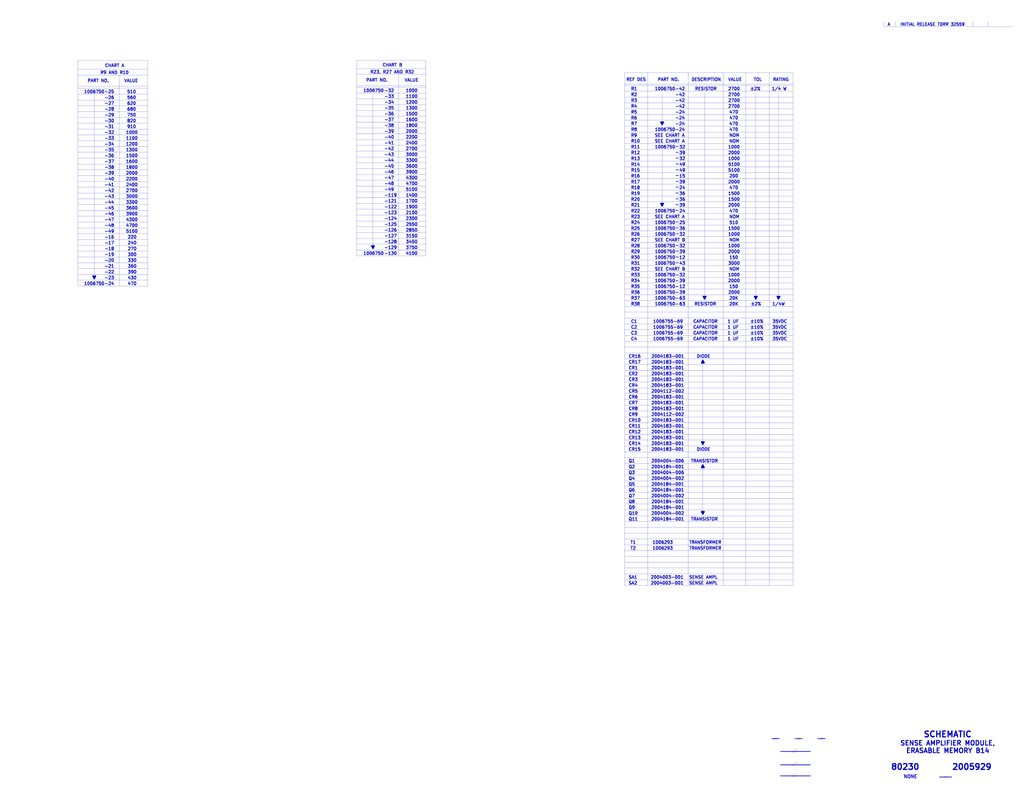
<source format=kicad_sch>
(kicad_sch (version 20211123) (generator eeschema)
  (paper "E")
  (polyline (pts (xy 681.99 283.845) (xy 865.505 283.845)) (stroke (width 0) (type solid)))
  (polyline (pts (xy 85.09 255.27) (xy 161.29 255.27)) (stroke (width 0) (type solid)))
  (polyline (pts (xy 389.255 177.8) (xy 464.82 177.8)) (stroke (width 0) (type solid)))
  (polyline (pts (xy 85.09 191.77) (xy 161.29 191.77)) (stroke (width 0) (type solid)))
  (polyline (pts (xy 814.07 639.445) (xy 814.07 79.375)) (stroke (width 0) (type solid)))
  (polyline (pts (xy 434.975 81.28) (xy 434.975 279.4)) (stroke (width 0) (type solid)))
  (polyline (pts (xy 895.1976 807.6946) (xy 897.1026 805.1546)) (stroke (width 0) (type solid)))
  (polyline (pts (xy 870.4326 807.6946) (xy 872.3376 805.1546)) (stroke (width 0) (type solid)))
  (polyline (pts (xy 681.99 436.245) (xy 865.505 436.245)) (stroke (width 0) (type solid)))
  (polyline (pts (xy 85.09 299.72) (xy 161.29 299.72)) (stroke (width 0) (type solid)))
  (polyline (pts (xy 85.09 229.87) (xy 161.29 229.87)) (stroke (width 0) (type solid)))
  (polyline (pts (xy 706.755 639.445) (xy 706.755 79.375)) (stroke (width 0) (type solid)))
  (polyline (pts (xy 681.99 163.195) (xy 865.505 163.195)) (stroke (width 0) (type solid)))
  (polyline (pts (xy 770.255 323.85) (xy 768.985 326.39)) (stroke (width 1.524) (type solid)))
  (polyline (pts (xy 850.9 323.85) (xy 849.63 326.39)) (stroke (width 1.524) (type solid)))
  (polyline (pts (xy 681.99 271.145) (xy 865.505 271.145)) (stroke (width 0) (type solid)))
  (polyline (pts (xy 389.255 190.5) (xy 464.82 190.5)) (stroke (width 0) (type solid)))
  (polyline (pts (xy 681.99 480.695) (xy 865.505 480.695)) (stroke (width 0) (type solid)))
  (polyline (pts (xy 85.09 66.04) (xy 85.09 312.42)) (stroke (width 0) (type solid)))
  (polyline (pts (xy 85.09 179.07) (xy 161.29 179.07)) (stroke (width 0) (type solid)))
  (polyline (pts (xy 681.99 379.095) (xy 865.505 379.095)) (stroke (width 0) (type solid)))
  (polyline (pts (xy 767.08 393.065) (xy 767.08 485.775)) (stroke (width 0) (type solid)))
  (polyline (pts (xy 85.09 102.87) (xy 161.29 102.87)) (stroke (width 0) (type solid)))
  (polyline (pts (xy 824.865 326.39) (xy 823.595 323.85)) (stroke (width 1.524) (type solid)))
  (polyline (pts (xy 681.99 347.345) (xy 865.505 347.345)) (stroke (width 0) (type solid)))
  (polyline (pts (xy 681.99 156.845) (xy 865.505 156.845)) (stroke (width 0) (type solid)))
  (polyline (pts (xy 849.63 100.965) (xy 849.63 327.025)) (stroke (width 0) (type solid)))
  (polyline (pts (xy 85.09 236.22) (xy 161.29 236.22)) (stroke (width 0) (type solid)))
  (polyline (pts (xy 681.99 360.045) (xy 865.505 360.045)) (stroke (width 0) (type solid)))
  (polyline (pts (xy 767.08 508) (xy 767.08 561.975)) (stroke (width 0) (type solid)))
  (polyline (pts (xy 681.99 290.195) (xy 865.505 290.195)) (stroke (width 0) (type solid)))
  (polyline (pts (xy 389.255 114.3) (xy 464.82 114.3)) (stroke (width 0) (type solid)))
  (polyline (pts (xy 85.09 261.62) (xy 161.29 261.62)) (stroke (width 0) (type solid)))
  (polyline (pts (xy 767.08 485.14) (xy 765.81 482.6)) (stroke (width 1.524) (type solid)))
  (polyline (pts (xy 681.99 620.395) (xy 865.505 620.395)) (stroke (width 0) (type solid)))
  (polyline (pts (xy 85.09 66.04) (xy 161.29 66.04)) (stroke (width 0) (type solid)))
  (polyline (pts (xy 389.255 107.95) (xy 464.82 107.95)) (stroke (width 0) (type solid)))
  (polyline (pts (xy 681.99 92.075) (xy 865.505 92.075)) (stroke (width 0) (type solid)))
  (polyline (pts (xy 768.35 510.54) (xy 767.08 508)) (stroke (width 1.524) (type solid)))
  (polyline (pts (xy 681.99 569.595) (xy 865.505 569.595)) (stroke (width 0) (type solid)))
  (polyline (pts (xy 721.36 222.25) (xy 723.9 222.25)) (stroke (width 1.524) (type solid)))
  (polyline (pts (xy 681.99 226.695) (xy 865.505 226.695)) (stroke (width 0) (type solid)))
  (polyline (pts (xy 681.99 315.595) (xy 865.505 315.595)) (stroke (width 0) (type solid)))
  (polyline (pts (xy 85.09 115.57) (xy 161.29 115.57)) (stroke (width 0) (type solid)))
  (polyline (pts (xy 681.99 461.645) (xy 865.505 461.645)) (stroke (width 0) (type solid)))
  (polyline (pts (xy 130.175 312.42) (xy 130.175 81.915)) (stroke (width 0) (type solid)))
  (polyline (pts (xy 681.99 245.745) (xy 865.505 245.745)) (stroke (width 0) (type solid)))
  (polyline (pts (xy 681.99 499.745) (xy 865.505 499.745)) (stroke (width 0) (type solid)))
  (polyline (pts (xy 389.255 93.345) (xy 464.82 93.345)) (stroke (width 0) (type solid)))
  (polyline (pts (xy 161.29 66.04) (xy 161.29 312.42)) (stroke (width 0) (type solid)))
  (polyline (pts (xy 767.08 561.34) (xy 765.81 558.8)) (stroke (width 1.524) (type solid)))
  (polyline (pts (xy 85.09 96.52) (xy 161.29 96.52)) (stroke (width 0) (type solid)))
  (polyline (pts (xy 681.99 182.245) (xy 865.505 182.245)) (stroke (width 0) (type solid)))
  (polyline (pts (xy 464.82 279.4) (xy 464.82 66.04)) (stroke (width 0) (type solid)))
  (polyline (pts (xy 681.99 340.995) (xy 865.505 340.995)) (stroke (width 0) (type solid)))
  (polyline (pts (xy 864.0826 836.9046) (xy 867.2576 832.4596)) (stroke (width 0) (type solid)))
  (polyline (pts (xy 681.99 213.995) (xy 865.505 213.995)) (stroke (width 0) (type solid)))
  (polyline (pts (xy 389.255 74.93) (xy 464.82 74.93)) (stroke (width 0) (type solid)))
  (polyline (pts (xy 85.09 223.52) (xy 161.29 223.52)) (stroke (width 0) (type solid)))
  (polyline (pts (xy 389.255 165.1) (xy 464.82 165.1)) (stroke (width 0) (type solid)))
  (polyline (pts (xy 85.09 210.82) (xy 161.29 210.82)) (stroke (width 0) (type solid)))
  (polyline (pts (xy 681.99 264.795) (xy 865.505 264.795)) (stroke (width 0) (type solid)))
  (polyline (pts (xy 85.09 140.97) (xy 161.29 140.97)) (stroke (width 0) (type solid)))
  (polyline (pts (xy 681.99 582.295) (xy 865.505 582.295)) (stroke (width 0) (type solid)))
  (polyline (pts (xy 389.255 101.6) (xy 464.82 101.6)) (stroke (width 0) (type solid)))
  (polyline (pts (xy 768.985 326.39) (xy 767.715 323.85)) (stroke (width 1.524) (type solid)))
  (polyline (pts (xy 721.36 133.35) (xy 723.9 133.35)) (stroke (width 1.524) (type solid)))
  (polyline (pts (xy 681.99 334.645) (xy 865.505 334.645)) (stroke (width 0) (type solid)))
  (polyline (pts (xy 85.09 204.47) (xy 161.29 204.47)) (stroke (width 0) (type solid)))
  (polyline (pts (xy 1078.611 23.3934) (xy 1078.611 28.9306)) (stroke (width 0) (type solid)))
  (polyline (pts (xy 681.99 455.295) (xy 865.505 455.295)) (stroke (width 0) (type solid)))
  (polyline (pts (xy 681.99 239.395) (xy 865.505 239.395)) (stroke (width 0) (type solid)))
  (polyline (pts (xy 389.255 158.75) (xy 464.82 158.75)) (stroke (width 0) (type solid)))
  (polyline (pts (xy 85.09 248.92) (xy 161.29 248.92)) (stroke (width 0) (type solid)))
  (polyline (pts (xy 389.255 234.95) (xy 464.82 234.95)) (stroke (width 0) (type solid)))
  (polyline (pts (xy 389.255 209.55) (xy 464.82 209.55)) (stroke (width 0) (type solid)))
  (polyline (pts (xy 85.09 267.97) (xy 161.29 267.97)) (stroke (width 0) (type solid)))
  (polyline (pts (xy 681.99 309.245) (xy 865.505 309.245)) (stroke (width 0) (type solid)))
  (polyline (pts (xy 681.99 493.395) (xy 865.505 493.395)) (stroke (width 0) (type solid)))
  (polyline (pts (xy 681.99 448.945) (xy 865.505 448.945)) (stroke (width 0) (type solid)))
  (polyline (pts (xy 866.6226 836.9046) (xy 869.7976 832.4596)) (stroke (width 0) (type solid)))
  (polyline (pts (xy 865.505 639.445) (xy 865.505 79.375)) (stroke (width 0) (type solid)))
  (polyline (pts (xy 681.99 106.045) (xy 865.505 106.045)) (stroke (width 0) (type solid)))
  (polyline (pts (xy 85.09 242.57) (xy 161.29 242.57)) (stroke (width 0) (type solid)))
  (polyline (pts (xy 681.99 398.145) (xy 865.505 398.145)) (stroke (width 0) (type solid)))
  (polyline (pts (xy 681.99 639.445) (xy 865.505 639.445)) (stroke (width 0) (type solid)))
  (polyline (pts (xy 681.99 512.445) (xy 865.505 512.445)) (stroke (width 0) (type solid)))
  (polyline (pts (xy 405.765 268.605) (xy 408.305 268.605)) (stroke (width 1.524) (type solid)))
  (polyline (pts (xy 681.99 252.095) (xy 865.505 252.095)) (stroke (width 0) (type solid)))
  (polyline (pts (xy 389.255 127) (xy 464.82 127)) (stroke (width 0) (type solid)))
  (polyline (pts (xy 85.09 217.17) (xy 161.29 217.17)) (stroke (width 0) (type solid)))
  (polyline (pts (xy 896.4676 807.6946) (xy 898.3726 805.1546)) (stroke (width 0) (type solid)))
  (polyline (pts (xy 681.99 112.395) (xy 865.505 112.395)) (stroke (width 0) (type solid)))
  (polyline (pts (xy 681.99 79.375) (xy 681.99 639.445)) (stroke (width 0) (type solid)))
  (polyline (pts (xy 849.63 326.39) (xy 848.36 323.85)) (stroke (width 1.524) (type solid)))
  (polyline (pts (xy 681.99 302.895) (xy 865.505 302.895)) (stroke (width 0) (type solid)))
  (polyline (pts (xy 768.35 558.8) (xy 767.08 561.34)) (stroke (width 1.524) (type solid)))
  (polyline (pts (xy 681.99 601.345) (xy 865.505 601.345)) (stroke (width 0) (type solid)))
  (polyline (pts (xy 85.09 109.22) (xy 161.29 109.22)) (stroke (width 0) (type solid)))
  (polyline (pts (xy 681.99 201.295) (xy 865.505 201.295)) (stroke (width 0) (type solid)))
  (polyline (pts (xy 767.08 508) (xy 765.81 510.54)) (stroke (width 1.524) (type solid)))
  (polyline (pts (xy 101.6 301.625) (xy 104.14 301.625)) (stroke (width 1.524) (type solid)))
  (polyline (pts (xy 844.3976 807.6946) (xy 846.3026 805.1546)) (stroke (width 0) (type solid)))
  (polyline (pts (xy 681.99 175.895) (xy 865.505 175.895)) (stroke (width 0) (type solid)))
  (polyline (pts (xy 681.99 575.945) (xy 865.505 575.945)) (stroke (width 0) (type solid)))
  (polyline (pts (xy 681.99 137.795) (xy 865.505 137.795)) (stroke (width 0) (type solid)))
  (polyline (pts (xy 681.99 125.095) (xy 865.505 125.095)) (stroke (width 0) (type solid)))
  (polyline (pts (xy 407.035 271.78) (xy 407.035 102.87)) (stroke (width 0) (type solid)))
  (polyline (pts (xy 389.255 266.7) (xy 464.82 266.7)) (stroke (width 0) (type solid)))
  (polyline (pts (xy 389.255 95.25) (xy 464.82 95.25)) (stroke (width 0) (type solid)))
  (polyline (pts (xy 389.255 66.04) (xy 389.255 279.4)) (stroke (width 0) (type solid)))
  (polyline (pts (xy 389.255 203.2) (xy 464.82 203.2)) (stroke (width 0) (type solid)))
  (polyline (pts (xy 85.09 160.02) (xy 161.29 160.02)) (stroke (width 0) (type solid)))
  (polyline (pts (xy 389.255 146.05) (xy 464.82 146.05)) (stroke (width 0) (type solid)))
  (polyline (pts (xy 407.035 271.145) (xy 405.765 268.605)) (stroke (width 1.524) (type solid)))
  (polyline (pts (xy 681.99 417.195) (xy 865.505 417.195)) (stroke (width 0) (type solid)))
  (polyline (pts (xy 681.99 487.045) (xy 865.505 487.045)) (stroke (width 0) (type solid)))
  (polyline (pts (xy 389.255 171.45) (xy 464.82 171.45)) (stroke (width 0) (type solid)))
  (polyline (pts (xy 964.311 23.3934) (xy 964.311 28.9306)) (stroke (width 0) (type solid)))
  (polyline (pts (xy 85.09 198.12) (xy 161.29 198.12)) (stroke (width 0) (type solid)))
  (polyline (pts (xy 85.09 287.02) (xy 161.29 287.02)) (stroke (width 0) (type solid)))
  (polyline (pts (xy 102.87 304.165) (xy 101.6 301.625)) (stroke (width 1.524) (type solid)))
  (polyline (pts (xy 723.9 222.25) (xy 722.63 224.79)) (stroke (width 1.524) (type solid)))
  (polyline (pts (xy 681.99 442.595) (xy 865.505 442.595)) (stroke (width 0) (type solid)))
  (polyline (pts (xy 767.715 323.85) (xy 770.255 323.85)) (stroke (width 1.524) (type solid)))
  (polyline (pts (xy 1030.4526 849.6046) (xy 1032.9926 847.0646)) (stroke (width 0) (type solid)))
  (polyline (pts (xy 681.99 474.345) (xy 865.505 474.345)) (stroke (width 0) (type solid)))
  (polyline (pts (xy 681.99 169.545) (xy 865.505 169.545)) (stroke (width 0) (type solid)))
  (polyline (pts (xy 681.99 391.795) (xy 865.505 391.795)) (stroke (width 0) (type solid)))
  (polyline (pts (xy 389.255 133.35) (xy 464.82 133.35)) (stroke (width 0) (type solid)))
  (polyline (pts (xy 681.99 353.695) (xy 865.505 353.695)) (stroke (width 0) (type solid)))
  (polyline (pts (xy 681.99 296.545) (xy 865.505 296.545)) (stroke (width 0) (type solid)))
  (polyline (pts (xy 389.255 247.65) (xy 464.82 247.65)) (stroke (width 0) (type solid)))
  (polyline (pts (xy 389.255 81.28) (xy 464.82 81.28)) (stroke (width 0) (type solid)))
  (polyline (pts (xy 751.205 639.445) (xy 751.205 79.375)) (stroke (width 0) (type solid)))
  (polyline (pts (xy 964.3872 28.956) (xy 1104.7222 28.956)) (stroke (width 0) (type solid)))
  (polyline (pts (xy 681.99 404.495) (xy 865.505 404.495)) (stroke (width 0) (type solid)))
  (polyline (pts (xy 85.09 306.07) (xy 161.29 306.07)) (stroke (width 0) (type solid)))
  (polyline (pts (xy 681.99 614.045) (xy 865.505 614.045)) (stroke (width 0) (type solid)))
  (polyline (pts (xy 85.09 185.42) (xy 161.29 185.42)) (stroke (width 0) (type solid)))
  (polyline (pts (xy 722.63 164.465) (xy 722.63 225.425)) (stroke (width 0) (type solid)))
  (polyline (pts (xy 681.99 321.945) (xy 865.505 321.945)) (stroke (width 0) (type solid)))
  (polyline (pts (xy 681.99 537.845) (xy 865.505 537.845)) (stroke (width 0) (type solid)))
  (polyline (pts (xy 681.99 607.695) (xy 865.505 607.695)) (stroke (width 0) (type solid)))
  (polyline (pts (xy 845.6676 807.6946) (xy 847.5726 805.1546)) (stroke (width 0) (type solid)))
  (polyline (pts (xy 681.99 99.695) (xy 865.505 99.695)) (stroke (width 0) (type solid)))
  (polyline (pts (xy 85.09 81.915) (xy 161.29 81.915)) (stroke (width 0) (type solid)))
  (polyline (pts (xy 765.81 510.54) (xy 768.35 510.54)) (stroke (width 1.524) (type solid)))
  (polyline (pts (xy 85.09 274.32) (xy 161.29 274.32)) (stroke (width 0) (type solid)))
  (polyline (pts (xy 681.99 277.495) (xy 865.505 277.495)) (stroke (width 0) (type solid)))
  (polyline (pts (xy 864.0826 848.9696) (xy 867.2576 844.5246)) (stroke (width 0) (type solid)))
  (polyline (pts (xy 681.99 410.845) (xy 865.505 410.845)) (stroke (width 0) (type solid)))
  (polyline (pts (xy 722.63 224.79) (xy 721.36 222.25)) (stroke (width 1.524) (type solid)))
  (polyline (pts (xy 839.47 79.375) (xy 839.47 639.445)) (stroke (width 0) (type solid)))
  (polyline (pts (xy 85.09 93.98) (xy 161.29 93.98)) (stroke (width 0) (type solid)))
  (polyline (pts (xy 681.99 258.445) (xy 865.505 258.445)) (stroke (width 0) (type solid)))
  (polyline (pts (xy 85.09 134.62) (xy 161.29 134.62)) (stroke (width 0) (type solid)))
  (polyline (pts (xy 681.99 633.095) (xy 865.505 633.095)) (stroke (width 0) (type solid)))
  (polyline (pts (xy 681.99 429.895) (xy 865.505 429.895)) (stroke (width 0) (type solid)))
  (polyline (pts (xy 866.6226 822.2996) (xy 869.7976 817.8546)) (stroke (width 0) (type solid)))
  (polyline (pts (xy 681.99 563.245) (xy 865.505 563.245)) (stroke (width 0) (type solid)))
  (polyline (pts (xy 681.99 328.295) (xy 865.505 328.295)) (stroke (width 0) (type solid)))
  (polyline (pts (xy 389.255 196.85) (xy 464.82 196.85)) (stroke (width 0) (type solid)))
  (polyline (pts (xy 389.255 66.04) (xy 464.82 66.04)) (stroke (width 0) (type solid)))
  (polyline (pts (xy 681.99 79.375) (xy 865.505 79.375)) (stroke (width 0) (type solid)))
  (polyline (pts (xy 389.255 152.4) (xy 464.82 152.4)) (stroke (width 0) (type solid)))
  (polyline (pts (xy 681.99 188.595) (xy 865.505 188.595)) (stroke (width 0) (type solid)))
  (polyline (pts (xy 681.99 131.445) (xy 865.505 131.445)) (stroke (width 0) (type solid)))
  (polyline (pts (xy 85.09 147.32) (xy 161.29 147.32)) (stroke (width 0) (type solid)))
  (polyline (pts (xy 1061.6946 23.4188) (xy 1061.6946 28.956)) (stroke (width 0) (type solid)))
  (polyline (pts (xy 681.99 506.095) (xy 865.505 506.095)) (stroke (width 0) (type solid)))
  (polyline (pts (xy 85.09 153.67) (xy 161.29 153.67)) (stroke (width 0) (type solid)))
  (polyline (pts (xy 85.09 280.67) (xy 161.29 280.67)) (stroke (width 0) (type solid)))
  (polyline (pts (xy 408.305 268.605) (xy 407.035 271.145)) (stroke (width 1.524) (type solid)))
  (polyline (pts (xy 768.35 396.24) (xy 767.08 393.7)) (stroke (width 1.524) (type solid)))
  (polyline (pts (xy 681.99 366.395) (xy 865.505 366.395)) (stroke (width 0) (type solid)))
  (polyline (pts (xy 765.81 396.24) (xy 768.35 396.24)) (stroke (width 1.524) (type solid)))
  (polyline (pts (xy 681.99 525.145) (xy 865.505 525.145)) (stroke (width 0) (type solid)))
  (polyline (pts (xy 85.09 312.42) (xy 161.29 312.42)) (stroke (width 0) (type solid)))
  (polyline (pts (xy 681.99 220.345) (xy 865.505 220.345)) (stroke (width 0) (type solid)))
  (polyline (pts (xy 85.09 121.92) (xy 161.29 121.92)) (stroke (width 0) (type solid)))
  (polyline (pts (xy 389.255 273.05) (xy 464.82 273.05)) (stroke (width 0) (type solid)))
  (polyline (pts (xy 389.255 120.65) (xy 464.82 120.65)) (stroke (width 0) (type solid)))
  (polyline (pts (xy 768.35 482.6) (xy 767.08 485.14)) (stroke (width 1.524) (type solid)))
  (polyline (pts (xy 681.99 93.345) (xy 865.505 93.345)) (stroke (width 0) (type solid)))
  (polyline (pts (xy 681.99 150.495) (xy 865.505 150.495)) (stroke (width 0) (type solid)))
  (polyline (pts (xy 681.99 385.445) (xy 865.505 385.445)) (stroke (width 0) (type solid)))
  (polyline (pts (xy 85.09 166.37) (xy 161.29 166.37)) (stroke (width 0) (type solid)))
  (polyline (pts (xy 681.99 207.645) (xy 865.505 207.645)) (stroke (width 0) (type solid)))
  (polyline (pts (xy 681.99 550.545) (xy 865.505 550.545)) (stroke (width 0) (type solid)))
  (polyline (pts (xy 104.14 301.625) (xy 102.87 304.165)) (stroke (width 1.524) (type solid)))
  (polyline (pts (xy 768.985 100.965) (xy 768.985 327.025)) (stroke (width 0) (type solid)))
  (polyline (pts (xy 85.09 172.72) (xy 161.29 172.72)) (stroke (width 0) (type solid)))
  (polyline (pts (xy 389.255 279.4) (xy 464.82 279.4)) (stroke (width 0) (type solid)))
  (polyline (pts (xy 681.99 626.745) (xy 865.505 626.745)) (stroke (width 0) (type solid)))
  (polyline (pts (xy 85.09 293.37) (xy 161.29 293.37)) (stroke (width 0) (type solid)))
  (polyline (pts (xy 681.99 594.995) (xy 865.505 594.995)) (stroke (width 0) (type solid)))
  (polyline (pts (xy 681.99 233.045) (xy 865.505 233.045)) (stroke (width 0) (type solid)))
  (polyline (pts (xy 681.99 423.545) (xy 865.505 423.545)) (stroke (width 0) (type solid)))
  (polyline (pts (xy 765.81 482.6) (xy 768.35 482.6)) (stroke (width 1.524) (type solid)))
  (polyline (pts (xy 681.99 372.745) (xy 865.505 372.745)) (stroke (width 0) (type solid)))
  (polyline (pts (xy 681.99 194.945) (xy 865.505 194.945)) (stroke (width 0) (type solid)))
  (polyline (pts (xy 85.09 75.565) (xy 161.29 75.565)) (stroke (width 0) (type solid)))
  (polyline (pts (xy 824.865 327.025) (xy 824.865 100.965)) (stroke (width 0) (type solid)))
  (polyline (pts (xy 389.255 260.35) (xy 464.82 260.35)) (stroke (width 0) (type solid)))
  (polyline (pts (xy 723.9 133.35) (xy 722.63 135.89)) (stroke (width 1.524) (type solid)))
  (polyline (pts (xy 681.99 556.895) (xy 865.505 556.895)) (stroke (width 0) (type solid)))
  (polyline (pts (xy 681.99 531.495) (xy 865.505 531.495)) (stroke (width 0) (type solid)))
  (polyline (pts (xy 389.255 228.6) (xy 464.82 228.6)) (stroke (width 0) (type solid)))
  (polyline (pts (xy 977.011 23.3934) (xy 977.011 28.9306)) (stroke (width 0) (type solid)))
  (polyline (pts (xy 681.99 118.745) (xy 865.505 118.745)) (stroke (width 0) (type solid)))
  (polyline (pts (xy 864.0826 822.2996) (xy 867.2576 817.8546)) (stroke (width 0) (type solid)))
  (polyline (pts (xy 848.36 323.85) (xy 850.9 323.85)) (stroke (width 1.524) (type solid)))
  (polyline (pts (xy 389.255 215.9) (xy 464.82 215.9)) (stroke (width 0) (type solid)))
  (polyline (pts (xy 789.305 79.375) (xy 789.305 639.445)) (stroke (width 0) (type solid)))
  (polyline (pts (xy 85.09 128.27) (xy 161.29 128.27)) (stroke (width 0) (type solid)))
  (polyline (pts (xy 681.99 467.995) (xy 865.505 467.995)) (stroke (width 0) (type solid)))
  (polyline (pts (xy 681.99 588.645) (xy 865.505 588.645)) (stroke (width 0) (type solid)))
  (polyline (pts (xy 964.311 28.9052) (xy 964.3364 28.9052)) (stroke (width 0) (type solid)))
  (polyline (pts (xy 389.255 184.15) (xy 464.82 184.15)) (stroke (width 0) (type solid)))
  (polyline (pts (xy 389.255 222.25) (xy 464.82 222.25)) (stroke (width 0) (type solid)))
  (polyline (pts (xy 871.7026 807.6946) (xy 873.6076 805.1546)) (stroke (width 0) (type solid)))
  (polyline (pts (xy 389.255 139.7) (xy 464.82 139.7)) (stroke (width 0) (type solid)))
  (polyline (pts (xy 102.87 304.8) (xy 102.87 104.14)) (stroke (width 0) (type solid)))
  (polyline (pts (xy 389.255 241.3) (xy 464.82 241.3)) (stroke (width 0) (type solid)))
  (polyline (pts (xy 767.08 393.7) (xy 765.81 396.24)) (stroke (width 1.524) (type solid)))
  (polyline (pts (xy 722.63 135.89) (xy 721.36 133.35)) (stroke (width 1.524) (type solid)))
  (polyline (pts (xy 823.595 323.85) (xy 826.135 323.85)) (stroke (width 1.524) (type solid)))
  (polyline (pts (xy 681.99 544.195) (xy 865.505 544.195)) (stroke (width 0) (type solid)))
  (polyline (pts (xy 389.255 254) (xy 464.82 254)) (stroke (width 0) (type solid)))
  (polyline (pts (xy 681.99 144.145) (xy 865.505 144.145)) (stroke (width 0) (type solid)))
  (polyline (pts (xy 765.81 558.8) (xy 768.35 558.8)) (stroke (width 1.524) (type solid)))
  (polyline (pts (xy 722.63 100.965) (xy 722.63 135.89)) (stroke (width 0) (type solid)))
  (polyline (pts (xy 681.99 518.795) (xy 865.505 518.795)) (stroke (width 0) (type solid)))
  (polyline (pts (xy 866.6226 848.9696) (xy 869.7976 844.5246)) (stroke (width 0) (type solid)))
  (polyline (pts (xy 826.135 323.85) (xy 824.865 326.39)) (stroke (width 1.524) (type solid)))
  (text "Q7" (at 685.8 543.56 0) (effects (font (size 3.302 3.302) (thickness 0.6604) bold) (justify left bottom)))
  (text "32" (at 741.045 175.26 0) (effects (font (size 3.302 3.302) (thickness 0.6604) bold) (justify left bottom)))
  (text "1006750-" (at 714.375 327.66 0) (effects (font (size 3.302 3.302) (thickness 0.6604) bold) (justify left bottom)))
  (text "TRANSFORMER" (at 751.84 594.36 0) (effects (font (size 3.302 3.302) (thickness 0.6604) bold) (justify left bottom)))
  (text "2004183-001" (at 710.565 480.06 0) (effects (font (size 3.302 3.302) (thickness 0.6604) bold) (justify left bottom)))
  (text "2004184-001" (at 710.565 556.26 0) (effects (font (size 3.302 3.302) (thickness 0.6604) bold) (justify left bottom)))
  (text "3300" (at 137.16 222.885 0) (effects (font (size 3.302 3.302) (thickness 0.6604) bold) (justify left bottom)))
  (text "R17" (at 688.34 200.66 0) (effects (font (size 3.302 3.302) (thickness 0.6604) bold) (justify left bottom)))
  (text "4300" (at 442.595 196.215 0) (effects (font (size 3.302 3.302) (thickness 0.6604) bold) (justify left bottom)))
  (text "___" (at 867.2576 807.0596 0) (effects (font (size 3.556 3.556) (thickness 0.7112) bold) (justify left bottom)))
  (text "2004183-001" (at 710.565 416.56 0) (effects (font (size 3.302 3.302) (thickness 0.6604) bold) (justify left bottom)))
  (text "R7" (at 688.34 137.16 0) (effects (font (size 3.302 3.302) (thickness 0.6604) bold) (justify left bottom)))
  (text "470" (at 795.655 207.01 0) (effects (font (size 3.302 3.302) (thickness 0.6604) bold) (justify left bottom)))
  (text "-40" (at 419.1 151.765 0) (effects (font (size 3.302 3.302) (thickness 0.6604) bold) (justify left bottom)))
  (text "-30" (at 113.665 133.985 0) (effects (font (size 3.302 3.302) (thickness 0.6604) bold) (justify left bottom)))
  (text "±10%" (at 818.515 359.41 0) (effects (font (size 3.302 3.302) (thickness 0.6604) bold) (justify left bottom)))
  (text "-45" (at 113.665 229.235 0) (effects (font (size 3.302 3.302) (thickness 0.6604) bold) (justify left bottom)))
  (text "20K" (at 795.655 327.66 0) (effects (font (size 3.302 3.302) (thickness 0.6604) bold) (justify left bottom)))
  (text "24" (at 741.045 232.41 0) (effects (font (size 3.302 3.302) (thickness 0.6604) bold) (justify left bottom)))
  (text "-43" (at 113.665 216.535 0) (effects (font (size 3.302 3.302) (thickness 0.6604) bold) (justify left bottom)))
  (text "TRANSISTOR" (at 753.745 505.46 0) (effects (font (size 3.302 3.302) (thickness 0.6604) bold) (justify left bottom)))
  (text "-44" (at 419.1 177.165 0) (effects (font (size 3.302 3.302) (thickness 0.6604) bold) (justify left bottom)))
  (text "CR2" (at 685.8 410.21 0) (effects (font (size 3.302 3.302) (thickness 0.6604) bold) (justify left bottom)))
  (text "-24" (at 736.6 124.46 0) (effects (font (size 3.302 3.302) (thickness 0.6604) bold) (justify left bottom)))
  (text "NOM" (at 795.655 156.21 0) (effects (font (size 3.302 3.302) (thickness 0.6604) bold) (justify left bottom)))
  (text "39" (at 741.045 321.31 0) (effects (font (size 3.302 3.302) (thickness 0.6604) bold) (justify left bottom)))
  (text "35VDC" (at 842.645 372.11 0) (effects (font (size 3.302 3.302) (thickness 0.6604) bold) (justify left bottom)))
  (text "-" (at 736.6 269.875 0) (effects (font (size 3.302 3.302) (thickness 0.6604) bold) (justify left bottom)))
  (text "-20" (at 113.665 286.385 0) (effects (font (size 3.302 3.302) (thickness 0.6604) bold) (justify left bottom)))
  (text "-27" (at 113.665 114.935 0) (effects (font (size 3.302 3.302) (thickness 0.6604) bold) (justify left bottom)))
  (text "3450" (at 442.595 266.065 0) (effects (font (size 3.302 3.302) (thickness 0.6604) bold) (justify left bottom)))
  (text "2400" (at 442.595 158.115 0) (effects (font (size 3.302 3.302) (thickness 0.6604) bold) (justify left bottom)))
  (text "DESCRIPTION" (at 754.38 88.9 0) (effects (font (size 3.302 3.302) (thickness 0.6604) bold) (justify left bottom)))
  (text "R28" (at 688.34 270.51 0) (effects (font (size 3.302 3.302) (thickness 0.6604) bold) (justify left bottom)))
  (text "SEE CHART B" (at 714.375 264.16 0) (effects (font (size 3.302 3.302) (thickness 0.6604) bold) (justify left bottom)))
  (text "-" (at 736.6 206.375 0) (effects (font (size 3.302 3.302) (thickness 0.6604) bold) (justify left bottom)))
  (text "PART NO." (at 399.415 89.535 0) (effects (font (size 3.302 3.302) (thickness 0.6604) bold) (justify left bottom)))
  (text "32" (at 741.045 162.56 0) (effects (font (size 3.302 3.302) (thickness 0.6604) bold) (justify left bottom)))
  (text "-48" (at 113.665 248.285 0) (effects (font (size 3.302 3.302) (thickness 0.6604) bold) (justify left bottom)))
  (text "VALUE" (at 441.325 89.535 0) (effects (font (size 3.302 3.302) (thickness 0.6604) bold) (justify left bottom)))
  (text "1006750" (at 714.375 232.41 0) (effects (font (size 3.302 3.302) (thickness 0.6604) bold) (justify left bottom)))
  (text "4700" (at 442.595 202.565 0) (effects (font (size 3.302 3.302) (thickness 0.6604) bold) (justify left bottom)))
  (text "-16" (at 113.665 260.985 0) (effects (font (size 3.302 3.302) (thickness 0.6604) bold) (justify left bottom)))
  (text "-42" (at 736.6 111.76 0) (effects (font (size 3.302 3.302) (thickness 0.6604) bold) (justify left bottom)))
  (text "1 UF" (at 793.75 365.76 0) (effects (font (size 3.302 3.302) (thickness 0.6604) bold) (justify left bottom)))
  (text "32" (at 741.045 302.26 0) (effects (font (size 3.302 3.302) (thickness 0.6604) bold) (justify left bottom)))
  (text "-31" (at 113.665 140.335 0) (effects (font (size 3.302 3.302) (thickness 0.6604) bold) (justify left bottom)))
  (text "-35" (at 113.665 165.735 0) (effects (font (size 3.302 3.302) (thickness 0.6604) bold) (justify left bottom)))
  (text "-41" (at 419.1 158.115 0) (effects (font (size 3.302 3.302) (thickness 0.6604) bold) (justify left bottom)))
  (text "-" (at 736.6 257.175 0) (effects (font (size 3.302 3.302) (thickness 0.6604) bold) (justify left bottom)))
  (text "-17" (at 113.665 267.335 0) (effects (font (size 3.302 3.302) (thickness 0.6604) bold) (justify left bottom)))
  (text "1/4 W" (at 842.01 99.06 0) (effects (font (size 3.302 3.302) (thickness 0.6604) bold) (justify left bottom)))
  (text "R36" (at 688.34 321.31 0) (effects (font (size 3.302 3.302) (thickness 0.6604) bold) (justify left bottom)))
  (text "-123" (at 419.1 234.315 0) (effects (font (size 3.302 3.302) (thickness 0.6604) bold) (justify left bottom)))
  (text "2004183-001" (at 710.565 391.16 0) (effects (font (size 3.302 3.302) (thickness 0.6604) bold) (justify left bottom)))
  (text "1006750" (at 714.375 143.51 0) (effects (font (size 3.302 3.302) (thickness 0.6604) bold) (justify left bottom)))
  (text "-" (at 736.6 244.475 0) (effects (font (size 3.302 3.302) (thickness 0.6604) bold) (justify left bottom)))
  (text "-42" (at 419.1 164.465 0) (effects (font (size 3.302 3.302) (thickness 0.6604) bold) (justify left bottom)))
  (text "SENSE AMPL" (at 751.84 632.46 0) (effects (font (size 3.302 3.302) (thickness 0.6604) bold) (justify left bottom)))
  (text "C2" (at 688.34 359.41 0) (effects (font (size 3.302 3.302) (thickness 0.6604) bold) (justify left bottom)))
  (text "CR1" (at 685.8 403.86 0) (effects (font (size 3.302 3.302) (thickness 0.6604) bold) (justify left bottom)))
  (text "-36" (at 113.665 172.085 0) (effects (font (size 3.302 3.302) (thickness 0.6604) bold) (justify left bottom)))
  (text "-" (at 736.6 161.925 0) (effects (font (size 3.302 3.302) (thickness 0.6604) bold) (justify left bottom)))
  (text "C3" (at 688.34 365.76 0) (effects (font (size 3.302 3.302) (thickness 0.6604) bold) (justify left bottom)))
  (text "R9" (at 688.34 149.86 0) (effects (font (size 3.302 3.302) (thickness 0.6604) bold) (justify left bottom)))
  (text "2004184-001" (at 710.565 511.81 0) (effects (font (size 3.302 3.302) (thickness 0.6604) bold) (justify left bottom)))
  (text "200" (at 795.655 194.31 0) (effects (font (size 3.302 3.302) (thickness 0.6604) bold) (justify left bottom)))
  (text "430" (at 139.065 305.435 0) (effects (font (size 3.302 3.302) (thickness 0.6604) bold) (justify left bottom)))
  (text "2004183-001" (at 710.565 441.96 0) (effects (font (size 3.302 3.302) (thickness 0.6604) bold) (justify left bottom)))
  (text "NOM" (at 795.655 149.86 0) (effects (font (size 3.302 3.302) (thickness 0.6604) bold) (justify left bottom)))
  (text "1600" (at 137.16 178.435 0) (effects (font (size 3.302 3.302) (thickness 0.6604) bold) (justify left bottom)))
  (text "±2%" (at 819.15 334.01 0) (effects (font (size 3.302 3.302) (thickness 0.6604) bold) (justify left bottom)))
  (text "1006750-" (at 714.375 334.01 0) (effects (font (size 3.302 3.302) (thickness 0.6604) bold) (justify left bottom)))
  (text "1500" (at 442.595 126.365 0) (effects (font (size 3.302 3.302) (thickness 0.6604) bold) (justify left bottom)))
  (text "2004004-006" (at 710.565 518.16 0) (effects (font (size 3.302 3.302) (thickness 0.6604) bold) (justify left bottom)))
  (text "-40" (at 113.665 197.485 0) (effects (font (size 3.302 3.302) (thickness 0.6604) bold) (justify left bottom)))
  (text "SENSE AMPL" (at 751.84 638.81 0) (effects (font (size 3.302 3.302) (thickness 0.6604) bold) (justify left bottom)))
  (text "____________" (at 851.3826 835.6346 0) (effects (font (size 3.556 3.556) (thickness 0.7112) bold) (justify left bottom)))
  (text "CR4" (at 685.8 422.91 0) (effects (font (size 3.302 3.302) (thickness 0.6604) bold) (justify left bottom)))
  (text "CR16" (at 685.8 391.16 0) (effects (font (size 3.302 3.302) (thickness 0.6604) bold) (justify left bottom)))
  (text "24" (at 741.045 207.01 0) (effects (font (size 3.302 3.302) (thickness 0.6604) bold) (justify left bottom)))
  (text "SEE CHART A" (at 714.375 238.76 0) (effects (font (size 3.302 3.302) (thickness 0.6604) bold) (justify left bottom)))
  (text "39" (at 741.045 276.86 0) (effects (font (size 3.302 3.302) (thickness 0.6604) bold) (justify left bottom)))
  (text "CR8" (at 685.8 448.31 0) (effects (font (size 3.302 3.302) (thickness 0.6604) bold) (justify left bottom)))
  (text "1000" (at 794.385 175.26 0) (effects (font (size 3.302 3.302) (thickness 0.6604) bold) (justify left bottom)))
  (text "330" (at 139.065 286.385 0) (effects (font (size 3.302 3.302) (thickness 0.6604) bold) (justify left bottom)))
  (text "-49" (at 419.1 208.915 0) (effects (font (size 3.302 3.302) (thickness 0.6604) bold) (justify left bottom)))
  (text "R32" (at 688.34 295.91 0) (effects (font (size 3.302 3.302) (thickness 0.6604) bold) (justify left bottom)))
  (text "470" (at 795.655 143.51 0) (effects (font (size 3.302 3.302) (thickness 0.6604) bold) (justify left bottom)))
  (text "-42" (at 113.665 210.185 0) (effects (font (size 3.302 3.302) (thickness 0.6604) bold) (justify left bottom)))
  (text "1800" (at 442.595 139.065 0) (effects (font (size 3.302 3.302) (thickness 0.6604) bold) (justify left bottom)))
  (text "820" (at 138.43 133.985 0) (effects (font (size 3.302 3.302) (thickness 0.6604) bold) (justify left bottom)))
  (text "-24" (at 736.6 143.51 0) (effects (font (size 3.302 3.302) (thickness 0.6604) bold) (justify left bottom)))
  (text "PART NO." (at 717.55 88.9 0) (effects (font (size 3.302 3.302) (thickness 0.6604) bold) (justify left bottom)))
  (text "1100" (at 442.595 107.315 0) (effects (font (size 3.302 3.302) (thickness 0.6604) bold) (justify left bottom)))
  (text "1600" (at 442.595 132.715 0) (effects (font (size 3.302 3.302) (thickness 0.6604) bold) (justify left bottom)))
  (text "R29" (at 688.34 276.86 0) (effects (font (size 3.302 3.302) (thickness 0.6604) bold) (justify left bottom)))
  (text "-" (at 736.6 212.725 0) (effects (font (size 3.302 3.302) (thickness 0.6604) bold) (justify left bottom)))
  (text "R33" (at 688.34 302.26 0) (effects (font (size 3.302 3.302) (thickness 0.6604) bold) (justify left bottom)))
  (text "2004183-001" (at 710.565 473.71 0) (effects (font (size 3.302 3.302) (thickness 0.6604) bold) (justify left bottom)))
  (text "R9 AND R10" (at 109.22 81.28 0) (effects (font (size 3.302 3.302) (thickness 0.6604) bold) (justify left bottom)))
  (text "-" (at 736.6 288.925 0) (effects (font (size 3.302 3.302) (thickness 0.6604) bold) (justify left bottom)))
  (text "CR3" (at 685.8 416.56 0) (effects (font (size 3.302 3.302) (thickness 0.6604) bold) (justify left bottom)))
  (text "Q3" (at 685.8 518.16 0) (effects (font (size 3.302 3.302) (thickness 0.6604) bold) (justify left bottom)))
  (text "1006755-69" (at 712.47 365.76 0) (effects (font (size 3.302 3.302) (thickness 0.6604) bold) (justify left bottom)))
  (text "R6" (at 688.34 130.81 0) (effects (font (size 3.302 3.302) (thickness 0.6604) bold) (justify left bottom)))
  (text "1200" (at 442.595 113.665 0) (effects (font (size 3.302 3.302) (thickness 0.6604) bold) (justify left bottom)))
  (text "2004183-001" (at 710.565 410.21 0) (effects (font (size 3.302 3.302) (thickness 0.6604) bold) (justify left bottom)))
  (text "R18" (at 688.34 207.01 0) (effects (font (size 3.302 3.302) (thickness 0.6604) bold) (justify left bottom)))
  (text "-25" (at 113.665 102.235 0) (effects (font (size 3.302 3.302) (thickness 0.6604) bold) (justify left bottom)))
  (text "2000" (at 794.385 168.91 0) (effects (font (size 3.302 3.302) (thickness 0.6604) bold) (justify left bottom)))
  (text "R23" (at 688.34 238.76 0) (effects (font (size 3.302 3.302) (thickness 0.6604) bold) (justify left bottom)))
  (text "20K" (at 795.655 334.01 0) (effects (font (size 3.302 3.302) (thickness 0.6604) bold) (justify left bottom)))
  (text "R3" (at 688.34 111.76 0) (effects (font (size 3.302 3.302) (thickness 0.6604) bold) (justify left bottom)))
  (text "1006750" (at 714.375 162.56 0) (effects (font (size 3.302 3.302) (thickness 0.6604) bold) (justify left bottom)))
  (text "1500" (at 794.385 219.71 0) (effects (font (size 3.302 3.302) (thickness 0.6604) bold) (justify left bottom)))
  (text "NOM" (at 795.655 264.16 0) (effects (font (size 3.302 3.302) (thickness 0.6604) bold) (justify left bottom)))
  (text "C4" (at 688.34 372.11 0) (effects (font (size 3.302 3.302) (thickness 0.6604) bold) (justify left bottom)))
  (text "2004183-001" (at 710.565 448.31 0) (effects (font (size 3.302 3.302) (thickness 0.6604) bold) (justify left bottom)))
  (text "150" (at 795.655 283.21 0) (effects (font (size 3.302 3.302) (thickness 0.6604) bold) (justify left bottom)))
  (text "____________" (at 851.3826 847.6996 0) (effects (font (size 3.556 3.556) (thickness 0.7112) bold) (justify left bottom)))
  (text "1006755-69" (at 712.47 372.11 0) (effects (font (size 3.302 3.302) (thickness 0.6604) bold) (justify left bottom)))
  (text "1006750-" (at 714.375 308.61 0) (effects (font (size 3.302 3.302) (thickness 0.6604) bold) (justify left bottom)))
  (text "-42" (at 736.6 99.06 0) (effects (font (size 3.302 3.302) (thickness 0.6604) bold) (justify left bottom)))
  (text "VALUE" (at 135.255 90.17 0) (effects (font (size 3.302 3.302) (thickness 0.6604) bold) (justify left bottom)))
  (text "5100" (at 794.385 181.61 0) (effects (font (size 3.302 3.302) (thickness 0.6604) bold) (justify left bottom)))
  (text "RATING" (at 843.28 88.9 0) (effects (font (size 3.302 3.302) (thickness 0.6604) bold) (justify left bottom)))
  (text "R19" (at 688.34 213.36 0) (effects (font (size 3.302 3.302) (thickness 0.6604) bold) (justify left bottom)))
  (text "Q6" (at 685.8 537.21 0) (effects (font (size 3.302 3.302) (thickness 0.6604) bold) (justify left bottom)))
  (text "Q10" (at 685.8 562.61 0) (effects (font (size 3.302 3.302) (thickness 0.6604) bold) (justify left bottom)))
  (text "470" (at 139.065 311.785 0) (effects (font (size 3.302 3.302) (thickness 0.6604) bold) (justify left bottom)))
  (text "2200" (at 137.16 197.485 0) (effects (font (size 3.302 3.302) (thickness 0.6604) bold) (justify left bottom)))
  (text "-" (at 736.6 282.575 0) (effects (font (size 3.302 3.302) (thickness 0.6604) bold) (justify left bottom)))
  (text "-39" (at 113.665 191.135 0) (effects (font (size 3.302 3.302) (thickness 0.6604) bold) (justify left bottom)))
  (text "5100" (at 137.16 254.635 0) (effects (font (size 3.302 3.302) (thickness 0.6604) bold) (justify left bottom)))
  (text "-33" (at 113.665 153.035 0) (effects (font (size 3.302 3.302) (thickness 0.6604) bold) (justify left bottom)))
  (text "CR13" (at 685.8 480.06 0) (effects (font (size 3.302 3.302) (thickness 0.6604) bold) (justify left bottom)))
  (text "-35" (at 419.1 120.015 0) (effects (font (size 3.302 3.302) (thickness 0.6604) bold) (justify left bottom)))
  (text "-46" (at 113.665 235.585 0) (effects (font (size 3.302 3.302) (thickness 0.6604) bold) (justify left bottom)))
  (text "R5" (at 688.34 124.46 0) (effects (font (size 3.302 3.302) (thickness 0.6604) bold) (justify left bottom)))
  (text "470" (at 795.655 130.81 0) (effects (font (size 3.302 3.302) (thickness 0.6604) bold) (justify left bottom)))
  (text "±10%" (at 818.515 372.11 0) (effects (font (size 3.302 3.302) (thickness 0.6604) bold) (justify left bottom)))
  (text "2000" (at 794.385 200.66 0) (effects (font (size 3.302 3.302) (thickness 0.6604) bold) (justify left bottom)))
  (text "240" (at 139.065 267.335 0) (effects (font (size 3.302 3.302) (thickness 0.6604) bold) (justify left bottom)))
  (text "RESISTOR" (at 757.555 334.01 0) (effects (font (size 3.302 3.302) (thickness 0.6604) bold) (justify left bottom)))
  (text "C1" (at 688.34 353.06 0) (effects (font (size 3.302 3.302) (thickness 0.6604) bold) (justify left bottom)))
  (text "2700" (at 442.595 164.465 0) (effects (font (size 3.302 3.302) (thickness 0.6604) bold) (justify left bottom)))
  (text "-" (at 736.6 168.275 0) (effects (font (size 3.302 3.302) (thickness 0.6604) bold) (justify left bottom)))
  (text "R10" (at 688.34 156.21 0) (effects (font (size 3.302 3.302) (thickness 0.6604) bold) (justify left bottom)))
  (text "-47" (at 419.1 196.215 0) (effects (font (size 3.302 3.302) (thickness 0.6604) bold) (justify left bottom)))
  (text "1500" (at 137.16 172.085 0) (effects (font (size 3.302 3.302) (thickness 0.6604) bold) (justify left bottom)))
  (text "±10%" (at 818.515 365.76 0) (effects (font (size 3.302 3.302) (thickness 0.6604) bold) (justify left bottom)))
  (text "DIODE" (at 760.095 391.16 0) (effects (font (size 3.302 3.302) (thickness 0.6604) bold) (justify left bottom)))
  (text "±10%" (at 818.515 353.06 0) (effects (font (size 3.302 3.302) (thickness 0.6604) bold) (justify left bottom)))
  (text "1200" (at 137.16 159.385 0) (effects (font (size 3.302 3.302) (thickness 0.6604) bold) (justify left bottom)))
  (text "32" (at 741.045 270.51 0) (effects (font (size 3.302 3.302) (thickness 0.6604) bold) (justify left bottom)))
  (text "R15" (at 688.34 187.96 0) (effects (font (size 3.302 3.302) (thickness 0.6604) bold) (justify left bottom)))
  (text "CAPACITOR" (at 756.285 353.06 0) (effects (font (size 3.302 3.302) (thickness 0.6604) bold) (justify left bottom)))
  (text "-128" (at 419.1 266.065 0) (effects (font (size 3.302 3.302) (thickness 0.6604) bold) (justify left bottom)))
  (text "2000" (at 137.16 191.135 0) (effects (font (size 3.302 3.302) (thickness 0.6604) bold) (justify left bottom)))
  (text "35VDC" (at 842.645 353.06 0) (effects (font (size 3.302 3.302) (thickness 0.6604) bold) (justify left bottom)))
  (text "R30" (at 688.34 283.21 0) (effects (font (size 3.302 3.302) (thickness 0.6604) bold) (justify left bottom)))
  (text "-" (at 736.6 187.325 0) (effects (font (size 3.302 3.302) (thickness 0.6604) bold) (justify left bottom)))
  (text "3000" (at 137.16 216.535 0) (effects (font (size 3.302 3.302) (thickness 0.6604) bold) (justify left bottom)))
  (text "CHART B" (at 417.195 73.025 0) (effects (font (size 3.302 3.302) (thickness 0.6604) bold) (justify left bottom)))
  (text "300" (at 139.065 280.035 0) (effects (font (size 3.302 3.302) (thickness 0.6604) bold) (justify left bottom)))
  (text "3900" (at 137.16 235.585 0) (effects (font (size 3.302 3.302) (thickness 0.6604) bold) (justify left bottom)))
  (text "2004112-002" (at 710.565 429.26 0) (effects (font (size 3.302 3.302) (thickness 0.6604) bold) (justify left bottom)))
  (text "Q11" (at 685.8 568.96 0) (effects (font (size 3.302 3.302) (thickness 0.6604) bold) (justify left bottom)))
  (text "-46" (at 419.1 189.865 0) (effects (font (size 3.302 3.302) (thickness 0.6604) bold) (justify left bottom)))
  (text "SEE CHART A" (at 714.375 156.21 0) (effects (font (size 3.302 3.302) (thickness 0.6604) bold) (justify left bottom)))
  (text "39" (at 741.045 200.66 0) (effects (font (size 3.302 3.302) (thickness 0.6604) bold) (justify left bottom)))
  (text "2100" (at 442.595 234.315 0) (effects (font (size 3.302 3.302) (thickness 0.6604) bold) (justify left bottom)))
  (text "CR7" (at 685.8 441.96 0) (effects (font (size 3.302 3.302) (thickness 0.6604) bold) (justify left bottom)))
  (text "12" (at 741.045 283.21 0) (effects (font (size 3.302 3.302) (thickness 0.6604) bold) (justify left bottom)))
  (text "3150" (at 442.595 259.715 0) (effects (font (size 3.302 3.302) (thickness 0.6604) bold) (justify left bottom)))
  (text "1006755-69" (at 712.47 353.06 0) (effects (font (size 3.302 3.302) (thickness 0.6604) bold) (justify left bottom)))
  (text "3600" (at 137.16 229.235 0) (effects (font (size 3.302 3.302) (thickness 0.6604) bold) (justify left bottom)))
  (text "R12" (at 688.34 168.91 0) (effects (font (size 3.302 3.302) (thickness 0.6604) bold) (justify left bottom)))
  (text "560" (at 138.43 108.585 0) (effects (font (size 3.302 3.302) (thickness 0.6604) bold) (justify left bottom)))
  (text "1006750" (at 714.375 270.51 0) (effects (font (size 3.302 3.302) (thickness 0.6604) bold) (justify left bottom)))
  (text "R22" (at 688.34 232.41 0) (effects (font (size 3.302 3.302) (thickness 0.6604) bold) (justify left bottom)))
  (text "1006750-" (at 714.375 314.96 0) (effects (font (size 3.302 3.302) (thickness 0.6604) bold) (justify left bottom)))
  (text "-18" (at 113.665 273.685 0) (effects (font (size 3.302 3.302) (thickness 0.6604) bold) (justify left bottom)))
  (text "-41" (at 113.665 203.835 0) (effects (font (size 3.302 3.302) (thickness 0.6604) bold) (justify left bottom)))
  (text "R4" (at 688.34 118.11 0) (effects (font (size 3.302 3.302) (thickness 0.6604) bold) (justify left bottom)))
  (text "2004003-001" (at 709.93 638.81 0) (effects (font (size 3.302 3.302) (thickness 0.6604) bold) (justify left bottom)))
  (text "R11" (at 688.34 162.56 0) (effects (font (size 3.302 3.302) (thickness 0.6604) bold) (justify left bottom)))
  (text "R8" (at 688.34 143.51 0) (effects (font (size 3.302 3.302) (thickness 0.6604) bold) (justify left bottom)))
  (text "2005929" (at 1038.7076 841.3496 0) (effects (font (size 6.35 6.35) (thickness 1.27) bold) (justify left bottom)))
  (text "2004183-001" (at 710.565 486.41 0) (effects (font (size 3.302 3.302) (thickness 0.6604) bold) (justify left bottom)))
  (text "TOL" (at 822.325 88.9 0) (effects (font (size 3.302 3.302) (thickness 0.6604) bold) (justify left bottom)))
  (text "1500" (at 794.385 251.46 0) (effects (font (size 3.302 3.302) (thickness 0.6604) bold) (justify left bottom)))
  (text "-" (at 736.6 200.025 0) (effects (font (size 3.302 3.302) (thickness 0.6604) bold) (justify left bottom)))
  (text "-" (at 736.6 231.775 0) (effects (font (size 3.302 3.302) (thickness 0.6604) bold) (justify left bottom)))
  (text "-26" (at 113.665 108.585 0) (effects (font (size 3.302 3.302) (thickness 0.6604) bold) (justify left bottom)))
  (text "63" (at 741.045 334.01 0) (effects (font (size 3.302 3.302) (thickness 0.6604) bold) (justify left bottom)))
  (text "-24" (at 113.665 311.785 0) (effects (font (size 3.302 3.302) (thickness 0.6604) bold) (justify left bottom)))
  (text "-" (at 736.6 225.425 0) (effects (font (size 3.302 3.302) (thickness 0.6604) bold) (justify left bottom)))
  (text "-125" (at 419.1 247.015 0) (effects (font (size 3.302 3.302) (thickness 0.6604) bold) (justify left bottom)))
  (text "2004184-001" (at 710.565 530.86 0) (effects (font (size 3.302 3.302) (thickness 0.6604) bold) (justify left bottom)))
  (text "1006750" (at 714.375 257.81 0) (effects (font (size 3.302 3.302) (thickness 0.6604) bold) (justify left bottom)))
  (text "1300" (at 442.595 120.015 0) (effects (font (size 3.302 3.302) (thickness 0.6604) bold) (justify left bottom)))
  (text "2000" (at 794.385 226.06 0) (effects (font (size 3.302 3.302) (thickness 0.6604) bold) (justify left bottom)))
  (text "SEE CHART A" (at 714.375 149.86 0) (effects (font (size 3.302 3.302) (thickness 0.6604) bold) (justify left bottom)))
  (text "12" (at 741.045 314.96 0) (effects (font (size 3.302 3.302) (thickness 0.6604) bold) (justify left bottom)))
  (text "-48" (at 419.1 202.565 0) (effects (font (size 3.302 3.302) (thickness 0.6604) bold) (justify left bottom)))
  (text "CR5" (at 685.8 429.26 0) (effects (font (size 3.302 3.302) (thickness 0.6604) bold) (justify left bottom)))
  (text "1006750" (at 714.375 245.11 0) (effects (font (size 3.302 3.302) (thickness 0.6604) bold) (justify left bottom)))
  (text "36" (at 741.045 213.36 0) (effects (font (size 3.302 3.302) (thickness 0.6604) bold) (justify left bottom)))
  (text "36" (at 741.045 251.46 0) (effects (font (size 3.302 3.302) (thickness 0.6604) bold) (justify left bottom)))
  (text "Q9" (at 685.8 556.26 0) (effects (font (size 3.302 3.302) (thickness 0.6604) bold) (justify left bottom)))
  (text "-32" (at 113.665 146.685 0) (effects (font (size 3.302 3.302) (thickness 0.6604) bold) (justify left bottom)))
  (text "CR15" (at 685.8 492.76 0) (effects (font (size 3.302 3.302) (thickness 0.6604) bold) (justify left bottom)))
  (text "2700" (at 794.385 111.76 0) (effects (font (size 3.302 3.302) (thickness 0.6604) bold) (justify left bottom)))
  (text "ERASABLE MEMORY B14" (at 988.5426 822.9346 0) (effects (font (size 5.08 5.08) (thickness 1.016) bold) (justify left bottom)))
  (text "470" (at 795.655 232.41 0) (effects (font (size 3.302 3.302) (thickness 0.6604) bold) (justify left bottom)))
  (text "R31" (at 688.34 289.56 0) (effects (font (size 3.302 3.302) (thickness 0.6604) bold) (justify left bottom)))
  (text "2400" (at 137.16 203.835 0) (effects (font (size 3.302 3.302) (thickness 0.6604) bold) (justify left bottom)))
  (text "T2" (at 687.705 600.71 0) (effects (font (size 3.302 3.302) (thickness 0.6604) bold) (justify left bottom)))
  (text "CR12" (at 685.8 473.71 0) (effects (font (size 3.302 3.302) (thickness 0.6604) bold) (justify left bottom)))
  (text "R35" (at 688.34 314.96 0) (effects (font (size 3.302 3.302) (thickness 0.6604) bold) (justify left bottom)))
  (text "___" (at 841.8576 807.0596 0) (effects (font (size 3.556 3.556) (thickness 0.7112) bold) (justify left bottom)))
  (text "3000" (at 442.595 170.815 0) (effects (font (size 3.302 3.302) (thickness 0.6604) bold) (justify left bottom)))
  (text "-39" (at 419.1 145.415 0) (effects (font (size 3.302 3.302) (thickness 0.6604) bold) (justify left bottom)))
  (text "-122" (at 419.1 227.965 0) (effects (font (size 3.302 3.302) (thickness 0.6604) bold) (justify left bottom)))
  (text "R13" (at 688.34 175.26 0) (effects (font (size 3.302 3.302) (thickness 0.6604) bold) (justify left bottom)))
  (text "R21" (at 688.34 226.06 0) (effects (font (size 3.302 3.302) (thickness 0.6604) bold) (justify left bottom)))
  (text "1000" (at 442.595 100.965 0) (effects (font (size 3.302 3.302) (thickness 0.6604) bold) (justify left bottom)))
  (text "Q5" (at 685.8 530.86 0) (effects (font (size 3.302 3.302) (thickness 0.6604) bold) (justify left bottom)))
  (text "-38" (at 113.665 184.785 0) (effects (font (size 3.302 3.302) (thickness 0.6604) bold) (justify left bottom)))
  (text "4100" (at 442.595 278.765 0) (effects (font (size 3.302 3.302) (thickness 0.6604) bold) (justify left bottom)))
  (text "1400" (at 442.595 215.265 0) (effects (font (size 3.302 3.302) (thickness 0.6604) bold) (justify left bottom)))
  (text "-126" (at 419.1 253.365 0) (effects (font (size 3.302 3.302) (thickness 0.6604) bold) (justify left bottom)))
  (text "PART NO." (at 95.25 90.17 0) (effects (font (size 3.302 3.302) (thickness 0.6604) bold) (justify left bottom)))
  (text "2004184-001" (at 710.565 537.21 0) (effects (font (size 3.302 3.302) (thickness 0.6604) bold) (justify left bottom)))
  (text "SA2" (at 685.8 638.81 0) (effects (font (size 3.302 3.302) (thickness 0.6604) bold) (justify left bottom)))
  (text "1006293" (at 711.835 594.36 0) (effects (font (size 3.302 3.302) (thickness 0.6604) bold) (justify left bottom)))
  (text "2004004-002" (at 710.565 562.61 0) (effects (font (size 3.302 3.302) (thickness 0.6604) bold) (justify left bottom)))
  (text "-" (at 736.6 219.075 0) (effects (font (size 3.302 3.302) (thickness 0.6604) bold) (justify left bottom)))
  (text "32" (at 741.045 257.81 0) (effects (font (size 3.302 3.302) (thickness 0.6604) bold) (justify left bottom)))
  (text "1300" (at 137.16 165.735 0) (effects (font (size 3.302 3.302) (thickness 0.6604) bold) (justify left bottom)))
  (text "3300" (at 442.595 177.165 0) (effects (font (size 3.302 3.302) (thickness 0.6604) bold) (justify left bottom)))
  (text "CR11" (at 685.8 467.36 0) (effects (font (size 3.302 3.302) (thickness 0.6604) bold) (justify left bottom)))
  (text "3750" (at 442.595 272.415 0) (effects (font (size 3.302 3.302) (thickness 0.6604) bold) (justify left bottom)))
  (text "1700" (at 442.595 221.615 0) (effects (font (size 3.302 3.302) (thickness 0.6604) bold) (justify left bottom)))
  (text "CAPACITOR" (at 756.285 365.76 0) (effects (font (size 3.302 3.302) (thickness 0.6604) bold) (justify left bottom)))
  (text "TRANSISTOR" (at 753.745 568.96 0) (effects (font (size 3.302 3.302) (thickness 0.6604) bold) (justify left bottom)))
  (text "R34" (at 688.34 308.61 0) (effects (font (size 3.302 3.302) (thickness 0.6604) bold) (justify left bottom)))
  (text "CR10" (at 685.8 461.01 0) (effects (font (size 3.302 3.302) (thickness 0.6604) bold) (justify left bottom)))
  (text "2000" (at 794.385 276.86 0) (effects (font (size 3.302 3.302) (thickness 0.6604) bold) (justify left bottom)))
  (text "80230" (at 972.0326 841.3496 0) (effects (font (size 6.35 6.35) (thickness 1.27) bold) (justify left bottom)))
  (text "39" (at 741.045 168.91 0) (effects (font (size 3.302 3.302) (thickness 0.6604) bold) (justify left bottom)))
  (text "910" (at 138.43 140.335 0) (effects (font (size 3.302 3.302) (thickness 0.6604) bold) (justify left bottom)))
  (text "1006750-" (at 714.375 321.31 0) (effects (font (size 3.302 3.302) (thickness 0.6604) bold) (justify left bottom)))
  (text "36" (at 741.045 219.71 0) (effects (font (size 3.302 3.302) (thickness 0.6604) bold) (justify left bottom)))
  (text "5100" (at 794.385 187.96 0) (effects (font (size 3.302 3.302) (thickness 0.6604) bold) (justify left bottom)))
  (text "CR9" (at 685.8 454.66 0) (effects (font (size 3.302 3.302) (thickness 0.6604) bold) (justify left bottom)))
  (text "2004184-001" (at 710.565 568.96 0) (effects (font (size 3.302 3.302) (thickness 0.6604) bold) (justify left bottom)))
  (text "1006750" (at 714.375 283.21 0) (effects (font (size 3.302 3.302) (thickness 0.6604) bold) (justify left bottom)))
  (text "1000" (at 794.385 162.56 0) (effects (font (size 3.302 3.302) (thickness 0.6604) bold) (justify left bottom)))
  (text "R38" (at 688.34 334.01 0) (effects (font (size 3.302 3.302) (thickness 0.6604) bold) (justify left bottom)))
  (text "-47" (at 113.665 241.935 0) (effects (font (size 3.302 3.302) (thickness 0.6604) bold) (justify left bottom)))
  (text "1000" (at 794.385 257.81 0) (effects (font (size 3.302 3.302) (thickness 0.6604) bold) (justify left bottom)))
  (text "1000" (at 794.385 302.26 0) (effects (font (size 3.302 3.302) (thickness 0.6604) bold) (justify left bottom)))
  (text "-119" (at 419.1 215.265 0) (effects (font (size 3.302 3.302) (thickness 0.6604) bold) (justify left bottom)))
  (text "T1" (at 687.705 594.36 0) (effects (font (size 3.302 3.302) (thickness 0.6604) bold) (justify left bottom)))
  (text "1006750" (at 396.24 100.965 0) (effects (font (size 3.302 3.302) (thickness 0.6604) bold) (justify left bottom)))
  (text "63" (at 741.045 327.66 0) (effects (font (size 3.302 3.302) (thickness 0.6604) bold) (justify left bottom)))
  (text "SENSE AMPLIFIER MODULE," (at 982.1926 814.6796 0) (effects (font (size 5.08 5.08) (thickness 1.016) bold) (justify left bottom)))
  (text "2004183-001" (at 710.565 397.51 0) (effects (font (size 3.302 3.302) (thickness 0.6604) bold) (justify left bottom)))
  (text "35VDC" (at 842.645 365.76 0) (effects (font (size 3.302 3.302) (thickness 0.6604) bold) (justify left bottom)))
  (text "1006750" (at 91.44 102.235 0) (effects (font (size 3.302 3.302) (thickness 0.6604) bold) (justify left bottom)))
  (text "-" (at 736.6 174.625 0) (effects (font (size 3.302 3.302) (thickness 0.6604) bold) (justify left bottom)))
  (text "Q8" (at 685.8 549.91 0) (effects (font (size 3.302 3.302) (thickness 0.6604) bold) (justify left bottom)))
  (text "R14" (at 688.34 181.61 0) (effects (font (size 3.302 3.302) (thickness 0.6604) bold) (justify left bottom)))
  (text "1 UF" (at 793.75 372.11 0) (effects (font (size 3.302 3.302) (thickness 0.6604) bold) (justify left bottom)))
  (text "2004004-002" (at 710.565 543.56 0) (effects (font (size 3.302 3.302) (thickness 0.6604) bold) (justify left bottom)))
  (text "2004183-001" (at 710.565 492.76 0) (effects (font (size 3.302 3.302) (thickness 0.6604) bold) (justify left bottom)))
  (text "25" (at 741.045 245.11 0) (effects (font (size 3.302 3.302) (thickness 0.6604) bold) (justify left bottom)))
  (text "___" (at 892.0226 807.0596 0) (effects (font (size 3.556 3.556) (thickness 0.7112) bold) (justify left bottom)))
  (text "1006293" (at 711.835 600.71 0) (effects (font (size 3.302 3.302) (thickness 0.6604) bold) (justify left bottom)))
  (text "2004183-001" (at 710.565 467.36 0) (effects (font (size 3.302 3.302) (thickness 0.6604) bold) (justify left bottom)))
  (text "R24" (at 688.34 245.11 0) (effects (font (size 3.302 3.302) (thickness 0.6604) bold) (justify left bottom)))
  (text "1006750" (at 714.375 251.46 0) (effects (font (size 3.302 3.302) (thickness 0.6604) bold) (justify left bottom)))
  (text "470" (at 795.655 124.46 0) (effects (font (size 3.302 3.302) (thickness 0.6604) bold) (justify left bottom)))
  (text "2200" (at 442.595 151.765 0) (effects (font (size 3.302 3.302) (thickness 0.6604) bold) (justify left bottom)))
  (text "-38" (at 419.1 139.065 0) (effects (font (size 3.302 3.302) (thickness 0.6604) bold) (justify left bottom)))
  (text "CHART A" (at 114.3 73.66 0) (effects (font (size 3.302 3.302) (thickness 0.6604) bold) (justify left bottom)))
  (text "1006750" (at 396.24 278.765 0) (effects (font (size 3.302 3.302) (thickness 0.6604) bold) (justify left bottom)))
  (text "Q1" (at 685.8 505.46 0) (effects (font (size 3.302 3.302) (thickness 0.6604) bold) (justify left bottom)))
  (text "1006750" (at 91.44 311.785 0) (effects (font (size 3.302 3.302) (thickness 0.6604) bold) (justify left bottom)))
  (text "510" (at 138.43 102.235 0) (effects (font (size 3.302 3.302) (thickness 0.6604) bold) (justify left bottom)))
  (text "15" (at 741.045 194.31 0) (effects (font (size 3.302 3.302) (thickness 0.6604) bold) (justify left bottom)))
  (text "4700" (at 137.16 248.285 0) (effects (font (size 3.302 3.302) (thickness 0.6604) bold) (justify left bottom)))
  (text "CAPACITOR" (at 756.285 359.41 0) (effects (font (size 3.302 3.302) (thickness 0.6604) bold) (justify left bottom)))
  (text "2004183-001" (at 710.565 435.61 0) (effects (font (size 3.302 3.302) (thickness 0.6604) bold) (justify left bottom)))
  (text "2004004-002" (at 710.565 524.51 0) (effects (font (size 3.302 3.302) (thickness 0.6604) bold) (justify left bottom)))
  (text "2700" (at 794.385 99.06 0) (effects (font (size 3.302 3.302) (thickness 0.6604) bold) (justify left bottom)))
  (text "3600" (at 442.595 183.515 0) (effects (font (size 3.302 3.302) (thickness 0.6604) bold) (justify left bottom)))
  (text "1800" (at 137.16 184.785 0) (effects (font (size 3.302 3.302) (thickness 0.6604) bold) (justify left bottom)))
  (text "NOM" (at 795.655 295.91 0) (effects (font (size 3.302 3.302) (thickness 0.6604) bold) (justify left bottom)))
  (text "A" (at 968.375 28.575 0) (effects (font (size 3.175 3.175) (thickness 0.635) bold) (justify left bottom)))
  (text "35VDC" (at 842.645 359.41 0) (effects (font (size 3.302 3.302) (thickness 0.6604) bold) (justify left bottom)))
  (text "620" (at 138.43 114.935 0) (effects (font (size 3.302 3.302) (thickness 0.6604) bold) (justify left bottom)))
  (text "1100" (at 137.16 153.035 0) (effects (font (size 3.302 3.302) (thickness 0.6604) bold) (justify left bottom)))
  (text "680" (at 138.43 121.285 0) (effects (font (size 3.302 3.302) (thickness 0.6604) bold) (justify left bottom)))
  (text "4300" (at 137.16 241.935 0) (effects (font (size 3.302 3.302) (thickness 0.6604) bold) (justify left bottom)))
  (text "-19" (at 113.665 280.035 0) (effects (font (size 3.302 3.302) (thickness 0.6604) bold) (justify left bottom)))
  (text "NOM" (at 795.655 238.76 0) (effects (font (size 3.302 3.302) (thickness 0.6604) bold) (justify left bottom)))
  (text "-127" (at 419.1 259.715 0) (effects (font (size 3.302 3.302) (thickness 0.6604) bold) (justify left bottom)))
  (text "-36" (at 419.1 126.365 0) (effects (font (size 3.302 3.302) (thickness 0.6604) bold) (justify left bottom)))
  (text "DIODE" (at 760.095 492.76 0) (effects (font (size 3.302 3.302) (thickness 0.6604) bold) (justify left bottom)))
  (text "-42" (at 736.6 105.41 0) (effects (font (size 3.302 3.302) (thickness 0.6604) bold) (justify left bottom)))
  (text "-34" (at 113.665 159.385 0) (effects (font (size 3.302 3.302) (thickness 0.6604) bold) (justify left bottom)))
  (text "2004004-006" (at 710.565 505.46 0) (effects (font (size 3.302 3.302) (thickness 0.6604) bold) (justify left bottom)))
  (text "R16" (at 688.34 194.31 0) (effects (font (size 3.302 3.302) (thickness 0.6604) bold) (justify left bottom)))
  (text "R26" (at 688.34 257.81 0) (effects (font (size 3.302 3.302) (thickness 0.6604) bold) (justify left bottom)))
  (text "R37" (at 688.34 327.66 0) (effects (font (size 3.302 3.302) (thickness 0.6604) bold) (justify left bottom)))
  (text "-121" (at 419.1 221.615 0) (effects (font (size 3.302 3.302) (thickness 0.6604) bold) (justify left bottom)))
  (text "2000" (at 794.385 321.31 0) (effects (font (size 3.302 3.302) (thickness 0.6604) bold) (justify left bottom)))
  (text "2004183-001" (at 710.565 461.01 0) (effects (font (size 3.302 3.302) (thickness 0.6604) bold) (justify left bottom)))
  (text "-42" (at 736.6 118.11 0) (effects (font (size 3.302 3.302) (thickness 0.6604) bold) (justify left bottom)))
  (text "SEE CHART B" (at 714.375 295.91 0) (effects (font (size 3.302 3.302) (thickness 0.6604) bold) (justify left bottom)))
  (text "49" (at 741.045 181.61 0) (effects (font (size 3.302 3.302) (thickness 0.6604) bold) (justify left bottom)))
  (text "Q4" (at 685.8 524.51 0) (effects (font (size 3.302 3.302) (thickness 0.6604) bold) (justify left bottom)))
  (text "CR14" (at 685.8 486.41 0) (effects (font (size 3.302 3.302) (thickness 0.6604) bold) (justify left bottom)))
  (text "NONE" (at 986.0026 850.2396 0) (effects (font (size 3.556 3.556) (thickness 0.7112) bold) (justify left bottom)))
  (text "1006755-69" (at 712.47 359.41 0) (effects (font (size 3.302 3.302) (thickness 0.6604) bold) (justify left bottom)))
  (text "2000" (at 442.595 145.415 0) (effects (font (size 3.302 3.302) (thickness 0.6604) bold) (justify left bottom)))
  (text "1006750-" (at 714.375 302.26 0) (effects (font (size 3.302 3.302) (thickness 0.6604) bold) (justify left bottom)))
  (text "-34" (at 419.1 113.665 0) (effects (font (size 3.302 3.302) (thickness 0.6604) bold) (justify left bottom)))
  (text "2004112-002" (at 710.565 454.66 0) (effects (font (size 3.302 3.302) (thickness 0.6604) bold) (justify left bottom)))
  (text "1006750" (at 714.375 289.56 0) (effects (font (size 3.302 3.302) (thickness 0.6604) bold) (justify left bottom)))
  (text "2300" (at 442.595 240.665 0) (effects (font (size 3.302 3.302) (thickness 0.6604) bold) (justify left bottom)))
  (text "-37" (at 419.1 132.715 0) (effects (font (size 3.302 3.302) (thickness 0.6604) bold) (justify left bottom)))
  (text "Q2" (at 685.8 511.81 0) (effects (font (size 3.302 3.302) (thickness 0.6604) bold) (justify left bottom)))
  (text "2004003-001" (at 709.93 632.46 0) (effects (font (size 3.302 3.302) (thickness 0.6604) bold) (justify left bottom)))
  (text "-" (at 736.6 276.225 0) (effects (font (size 3.302 3.302) (thickness 0.6604) bold) (justify left bottom)))
  (text "R2" (at 688.34 105.41 0) (effects (font (size 3.302 3.302) (thickness 0.6604) bold) (justify left bottom)))
  (text "-24" (at 736.6 137.16 0) (effects (font (size 3.302 3.302) (thickness 0.6604) bold) (justify left bottom)))
  (text "5100" (at 442.595 208.915 0) (effects (font (size 3.302 3.302) (thickness 0.6604) bold) (justify left bottom)))
  (text "-29" (at 113.665 127.635 0) (effects (font (size 3.302 3.302) (thickness 0.6604) bold) (justify left bottom)))
  (text "CAPACITOR" (at 756.285 372.11 0) (effects (font (size 3.302 3.302) (thickness 0.6604) bold) (justify left bottom)))
  (text "CR17" (at 685.8 397.51 0) (effects (font (size 3.302 3.302) (thickness 0.6604) bold) (justify left bottom)))
  (text "2700" (at 137.16 210.185 0) (effects (font (size 3.302 3.302) (thickness 0.6604) bold) (justify left bottom)))
  (text "39" (at 741.045 226.06 0) (effects (font (size 3.302 3.302) (thickness 0.6604) bold) (justify left bottom)))
  (text "2004183-001" (at 710.565 403.86 0) (effects (font (size 3.302 3.302) (thickness 0.6604) bold) (justify left bottom)))
  (text "270" (at 139.065 273.685 0) (effects (font (size 3.302 3.302) (thickness 0.6604) bold) (justify left bottom)))
  (text "CR6" (at 685.8 435.61 0) (effects (font (size 3.302 3.302) (thickness 0.6604) bold) (justify left bottom)))
  (text "-" (at 736.6 250.825 0) (effects (font (size 3.302 3.302) (thickness 0.6604) bold) (justify left bottom)))
  (text "-24" (at 736.6 130.81 0) (effects (font (size 3.302 3.302) (thickness 0.6604) bold) (justify left bottom)))
  (text "-21" (at 113.665 292.735 0) (effects (font (size 3.302 3.302) (thickness 0.6604) bold) (justify left bottom)))
  (text "220" (at 139.065 260.985 0) (effects (font (size 3.302 3.302) (thickness 0.6604) bold) (justify left bottom)))
  (text "1500" (at 794.385 213.36 0) (effects (font (size 3.302 3.302) (thickness 0.6604) bold) (justify left bottom)))
  (text "-23" (at 113.665 305.435 0) (effects (font (size 3.302 3.302) (thickness 0.6604) bold) (justify left bottom)))
  (text "-32" (at 419.1 100.965 0) (effects (font (size 3.302 3.302) (thickness 0.6604) bold) (justify left bottom)))
  (text "1006750" (at 714.375 99.06 0) (effects (font (size 3.302 3.302) (thickness 0.6604) bold) (justify left bottom)))
  (text "-129" (at 419.1 272.415 0) (effects (font (size 3.302 3.302) (thickness 0.6604) bold) (justify left bottom)))
  (text "-49" (at 113.665 254.635 0) (effects (font (size 3.302 3.302) (thickness 0.6604) bold) (justify left bottom)))
  (text "1006750" (at 714.375 276.86 0) (effects (font (size 3.302 3.302) (thickness 0.6604) bold) (justify left bottom)))
  (text "3000" (at 794.385 289.56 0) (effects (font (size 3.302 3.302) (thickness 0.6604) bold) (justify left bottom)))
  (text "-45" (at 419.1 183.515 0) (effects (font (size 3.302 3.302) (thickness 0.6604) bold) (justify left bottom)))
  (text "-44" (at 113.665 222.885 0) (effects (font (size 3.302 3.302) (thickness 0.6604) bold) (justify left bottom)))
  (text "-43" (at 419.1 170.815 0) (effects (font (size 3.302 3.302) (thickness 0.6604) bold) (justify left bottom)))
  (text "-28" (at 113.665 121.285 0) (effects (font (size 3.302 3.302) (thickness 0.6604) bold) (justify left bottom)))
  (text "-130" (at 419.1 278.765 0) (effects (font (size 3.302 3.302) (thickness 0.6604) bold) (justify left bottom)))
  (text "2700" (at 794.385 105.41 0) (effects (font (size 3.302 3.302) (thickness 0.6604) bold) (justify left bottom)))
  (text "-22" (at 113.665 299.085 0) (effects (font (size 3.302 3.302) (thickness 0.6604) bold) (justify left bottom)))
  (text "REF DES" (at 683.26 88.9 0) (effects (font (size 3.302 3.302) (thickness 0.6604) bold) (justify left bottom)))
  (text "R27" (at 688.34 264.16 0) (effects (font (size 3.302 3.302) (thickness 0.6604) bold) (justify left bottom)))
  (text "R23, R27 AND R32" (at 403.86 80.645 0) (effects (font (size 3.302 3.302) (thickness 0.6604) bold) (justify left bottom)))
  (text "1 UF" (at 793.75 353.06 0) (effects (font (size 3.302 3.302) (thickness 0.6604) bold) (justify left bottom)))
  (text "150" (at 795.655 314.96 0) (effects (font (size 3.302 3.302) (thickness 0.6604) bold) (justify left bottom)))
  (text "1 UF" (at 793.75 359.41 0) (effects (font (size 3.302 3.302) (thickness 0.6604) bold) (justify left bottom)))
  (text "1900" (at 442.595 227.965 0) (effects (font (size 3.302 3.302) (thickness 0.6604) bold) (justify left bottom)))
  (text "2700" (at 794.385 118.11 0) (effects (font (size 3.302 3.302) (thickness 0.6604) bold) (justify left bottom)))
  (text "2004183-001" (at 710.565 422.91 0) (effects (font (size 3.302 3.302) (thickness 0.6604) bold) (justify left bottom)))
  (text "-37" (at 113.665 178.435 0) (effects (font (size 3.302 3.302) (thickness 0.6604) bold) (justify left bottom)))
  (text "1000" (at 137.16 146.685 0) (effects (font (size 3.302 3.302) (thickness 0.6604) bold) (justify left bottom)))
  (text "±2%" (at 818.515 99.06 0) (effects (font (size 3.302 3.302) (thickness 0.6604) bold) (justify left bottom)))
  (text "R20" (at 688.34 219.71 0) (effects (font (size 3.302 3.302) (thickness 0.6604) bold) (justify left bottom)))
  (text "INITIAL RELEASE TDRR 32559" (at 982.345 28.575 0) (effects (font (size 3.175 3.175) (thickness 0.635) bold) (justify left bottom)))
  (text "390" (at 139.065 299.085 0) (effects (font (size 3.302 3.302) (thickness 0.6604) bold) (justify left bottom)))
  (text "-33" (at 419.1 107.315 0) (effects (font (size 3.302 3.302) (thickness 0.6604) bold) (justify left bottom)))
  (text "3900" (at 442.595 189.865 0) (effects (font (size 3.302 3.302) (thickness 0.6604) bold) (justify left bottom)))
  (text "510" (at 795.655 245.11 0) (effects (font (size 3.302 3.302) (thickness 0.6604) bold) (justify left bottom)))
  (text "750" (at 138.43 127.635 0) (effects (font (size 3.302 3.302) (thickness 0.6604) bold) (justify left bottom)))
  (text "360" (at 139.065 292.735 0) (effects (font (size 3.302 3.302) (thickness 0.6604) bold) (justify left bottom)))
  (text "2000" (at 794.385 308.61 0) (effects (font (size 3.302 3.302) (thickness 0.6604) bold) (justify left bottom)))
  (text "2550" (at 442.595 247.015 0) (effects (font (size 3.302 3.302) (thickness 0.6604) bold) (justify left bottom)))
  (text "RESISTOR" (at 758.19 99.06 0) (effects (font (size 3.302 3.302) (thickness 0.6604) bold) (justify left bottom)))
  (text "SA1" (at 685.8 632.46 0) (effects (font (size 3.302 3.302) (thickness 0.6604) bold) (justify left bottom)))
  (text "-" (at 736.6 180.975 0) (effects (font (size 3.302 3.302) (thickness 0.6604) bold) (justify left bottom)))
  (text "VALUE" (at 794.385 88.9 0) (effects (font (size 3.302 3.302) (thickness 0.6604) bold) (justify left bottom)))
  (text "-124" (at 419.1 240.665 0) (effects (font (size 3.302 3.302) (thickness 0.6604) bold) (justify left bottom)))
  (text "SCHEMATIC" (at 1007.5926 805.7896 0) (effects (font (size 6.35 6.35) (thickness 1.27) bold) (justify left bottom)))
  (text "2004184-001" (at 710.565 549.91 0) (effects (font (size 3.302 3.302) (thickness 0.6604) bold) (justify left bottom)))
  (text "470" (at 795.655 137.16 0) (effects (font (size 3.302 3.302) (thickness 0.6604) bold) (justify left bottom)))
  (text "1000" (at 794.385 270.51 0) (effects (font (size 3.302 3.302) (thickness 0.6604) bold) (justify left bottom)))
  (text "39" (at 741.045 308.61 0) (effects (font (size 3.302 3.302) (thickness 0.6604) bold) (justify left bottom)))
  (text "43" (at 741.045 289.56 0) (effects (font (size 3.302 3.302) (thickness 0.6604) bold) (justify left bottom)))
  (text "-" (at 736.6 193.675 0) (effects (font (size 3.302 3.302) (thickness 0.6604) bold) (justify left bottom)))
  (text "R25" (at 688.34 251.46 0) (effects (font (size 3.302 3.302) (thickness 0.6604) bold) (justify left bottom)))
  (text "TRANSFORMER" (at 751.84 600.71 0) (effects (font (size 3.302 3.302) (thickness 0.6604) bold) (justify left bottom)))
  (text "____________" (at 851.3826 821.0296 0) (effects (font (size 3.556 3.556) (thickness 0.7112) bold) (justify left bottom)))
  (text "2850" (at 442.595 253.365 0) (effects (font (size 3.302 3.302) (thickness 0.6604) bold) (justify left bottom)))
  (text "49" (at 741.045 187.96 0) (effects (font (size 3.302 3.302) (thickness 0.6604) bold) (justify left bottom)))
  (text "_____" (at 1024.7376 848.9696 0) (effects (font (size 3.556 3.556) (thickness 0.7112) bold) (justify left bottom)))
  (text "R1" (at 688.34 99.06 0) (effects (font (size 3.302 3.302) (thickness 0.6604) bold) (justify left bottom)))
  (text "1/4W" (at 842.645 334.01 0) (effects (font (size 3.302 3.302) (thickness 0.6604) bold) (justify left bottom)))
)
</source>
